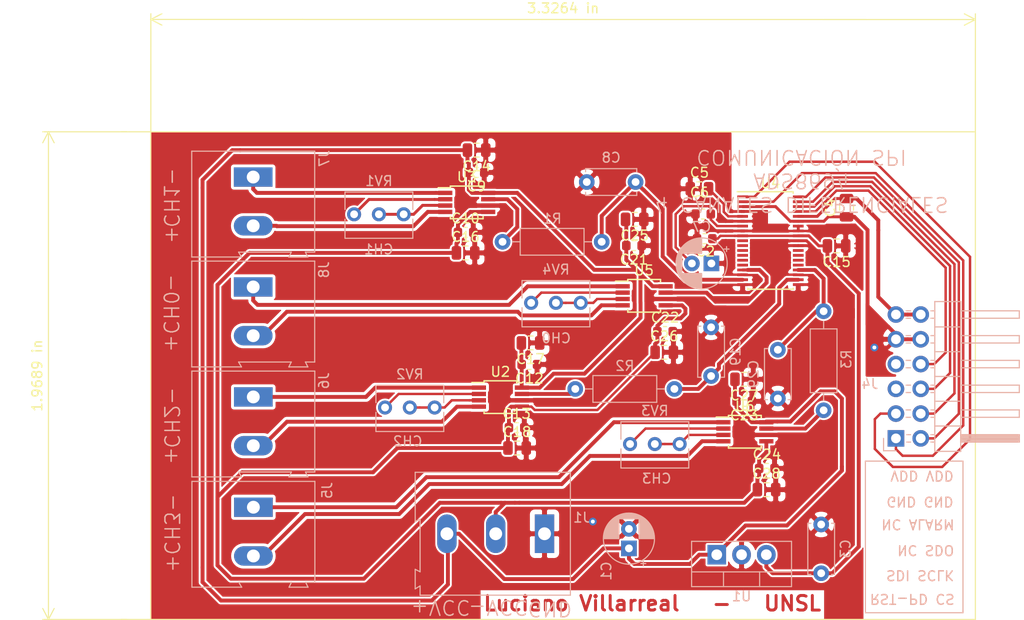
<source format=kicad_pcb>
(kicad_pcb (version 20171130) (host pcbnew "(5.1.0)-1")
  (layers (0 F.Cu signal) (31 B.Cu signal) (34 B.Paste user) (35 F.Paste user) (36 B.SilkS user) (37 F.SilkS user) (38 B.Mask user) (39 F.Mask user) (44 Edge.Cuts user))
  (net 0 "")
  (net 1 VCC)
  (net 2 REFSEL)
  (net 3 AVDD)
  (net 4 VDD)
  (net 5 GNDD)
  (net 6 REFIO)
  (net 7 REFCAP)
  (net 8 AIN_1P)
  (net 9 VSS)
  (net 10 AIN_2P)
  (net 11 AIN_3P)
  (net 12 SDO)
  (net 13 SCLK)
  (net 14 SDI)
  (net 15 CS)
  (net 16 RST-PD)
  (net 17 ALARM)
  (net 18 AIN_3-)
  (net 19 AIN_3+)
  (net 20 AIN_2+)
  (net 21 AIN_2-)
  (net 22 AIN_1-)
  (net 23 AIN_1+)
  (net 24 AIN_0+)
  (net 25 AIN_0-)
  (net 26 "Net-(R1-Pad2)")
  (net 27 "Net-(R2-Pad2)")
  (net 28 "Net-(R3-Pad2)")
  (net 29 "Net-(RV1-Pad2)")
  (net 30 "Net-(RV1-Pad1)")
  (net 31 "Net-(RV2-Pad1)")
  (net 32 "Net-(RV2-Pad2)")
  (net 33 "Net-(RV3-Pad2)")
  (net 34 "Net-(RV3-Pad1)")
  (net 35 "Net-(RV4-Pad1)")
  (net 36 "Net-(RV4-Pad2)")
  (net 37 AIN_0P)
  (module Connector_PinHeader_2.54mm:PinHeader_2x06_P2.54mm_Horizontal (layer B.Cu) (at 195.86 112.52)
    (fp_text reference J4 (at -2.676 -5.586) (layer B.SilkS) (effects (justify mirror)))
    (fp_text value Conn_02x06_Male_Pmod_Spartan6)
    (pad 1 thru_hole rect (at 0 0) (size 1.7 1.7) (drill 1) (layers *.Cu *.Mask) (net 16 RST-PD))
    (pad 2 thru_hole oval (at 2.54 0) (size 1.7 1.7) (drill 1) (layers *.Cu *.Mask) (net 15 CS))
    (pad 3 thru_hole oval (at 0 -2.54) (size 1.7 1.7) (drill 1) (layers *.Cu *.Mask) (net 14 SDI))
    (pad 4 thru_hole oval (at 2.54 -2.54) (size 1.7 1.7) (drill 1) (layers *.Cu *.Mask) (net 13 SCLK))
    (pad 5 thru_hole oval (at 0 -5.08) (size 1.7 1.7) (drill 1) (layers *.Cu *.Mask))
    (pad 6 thru_hole oval (at 2.54 -5.08) (size 1.7 1.7) (drill 1) (layers *.Cu *.Mask) (net 12 SDO))
    (pad 7 thru_hole oval (at 0 -7.62) (size 1.7 1.7) (drill 1) (layers *.Cu *.Mask))
    (pad 8 thru_hole oval (at 2.54 -7.62) (size 1.7 1.7) (drill 1) (layers *.Cu *.Mask) (net 17 ALARM))
    (pad 9 thru_hole oval (at 0 -10.16) (size 1.7 1.7) (drill 1) (layers *.Cu *.Mask) (net 5 GNDD))
    (pad 10 thru_hole oval (at 2.54 -10.16) (size 1.7 1.7) (drill 1) (layers *.Cu *.Mask) (net 5 GNDD))
    (pad 11 thru_hole oval (at 0 -12.7) (size 1.7 1.7) (drill 1) (layers *.Cu *.Mask) (net 4 VDD))
    (pad 12 thru_hole oval (at 2.54 -12.7) (size 1.7 1.7) (drill 1) (layers *.Cu *.Mask) (net 4 VDD))
  )
  (module TerminalBlock:TerminalBlock_Altech_AK300-3_P5.00mm (layer B.Cu) (at 159.85 122.3 180)
    (fp_text reference J1 (at -3.79 1.66 180) (layer B.SilkS) (effects (justify mirror)))
    (fp_text value Screw_Terminal_01x03_Alimentación_analógica)
    (pad 1 thru_hole rect (at 0 0 180) (size 1.98 3.96) (drill 1.32) (layers *.Cu *.Mask) (net 2 REFSEL))
    (pad 2 thru_hole oval (at 5 0 180) (size 1.98 3.96) (drill 1.32) (layers *.Cu *.Mask) (net 9 VSS))
    (pad 3 thru_hole oval (at 10 0 180) (size 1.98 3.96) (drill 1.32) (layers *.Cu *.Mask) (net 1 VCC))
  )
  (module Potentiometer_THT:Potentiometer_Bourns_3266Y_Vertical (layer B.Cu) (at 168.615 113.1 180)
    (fp_text reference RV3 (at -2.54 3.41 180) (layer B.SilkS) (effects (justify mirror)))
    (fp_text value R_POT_TRIM_US)
    (pad 3 thru_hole circle (at -5.08 0 180) (size 1.44 1.44) (drill 0.8) (layers *.Cu *.Mask) (net 33 "Net-(RV3-Pad2)"))
    (pad 2 thru_hole circle (at -2.54 0 180) (size 1.44 1.44) (drill 0.8) (layers *.Cu *.Mask) (net 33 "Net-(RV3-Pad2)"))
    (pad 1 thru_hole circle (at 0 0 180) (size 1.44 1.44) (drill 0.8) (layers *.Cu *.Mask) (net 34 "Net-(RV3-Pad1)"))
  )
  (module Resistor_THT:R_Axial_DIN0207_L6.3mm_D2.5mm_P10.16mm_Horizontal (layer B.Cu) (at 165.71 92.36 180)
    (fp_text reference R1 (at 5.08 2.37 180) (layer B.SilkS) (effects (justify mirror)))
    (fp_text value R)
    (pad 2 thru_hole oval (at 10.16 0 180) (size 1.6 1.6) (drill 0.8) (layers *.Cu *.Mask) (net 26 "Net-(R1-Pad2)"))
    (pad 1 thru_hole circle (at 0 0 180) (size 1.6 1.6) (drill 0.8) (layers *.Cu *.Mask) (net 8 AIN_1P))
  )
  (module Capacitor_THT:C_Disc_D5.0mm_W2.5mm_P5.00mm (layer B.Cu) (at 176.92 106.13 90)
    (fp_text reference C19 (at 2.5 2.5 90) (layer B.SilkS) (effects (justify mirror)))
    (fp_text value C)
    (pad 2 thru_hole circle (at 5 0 90) (size 1.6 1.6) (drill 0.8) (layers *.Cu *.Mask) (net 2 REFSEL))
    (pad 1 thru_hole circle (at 0 0 90) (size 1.6 1.6) (drill 0.8) (layers *.Cu *.Mask) (net 10 AIN_2P))
  )
  (module Capacitor_THT:C_Disc_D5.0mm_W2.5mm_P5.00mm (layer B.Cu) (at 183.76 103.43 270)
    (fp_text reference C29 (at 2.5 2.5 270) (layer B.SilkS) (effects (justify mirror)))
    (fp_text value C)
    (pad 2 thru_hole circle (at 5 0 270) (size 1.6 1.6) (drill 0.8) (layers *.Cu *.Mask) (net 2 REFSEL))
    (pad 1 thru_hole circle (at 0 0 270) (size 1.6 1.6) (drill 0.8) (layers *.Cu *.Mask) (net 11 AIN_3P))
  )
  (module Capacitor_THT:C_Disc_D5.0mm_W2.5mm_P5.00mm (layer B.Cu) (at 169.18 86.23 180)
    (fp_text reference C8 (at 2.5 2.5 180) (layer B.SilkS) (effects (justify mirror)))
    (fp_text value C)
    (pad 2 thru_hole circle (at 5 0 180) (size 1.6 1.6) (drill 0.8) (layers *.Cu *.Mask) (net 2 REFSEL))
    (pad 1 thru_hole circle (at 0 0 180) (size 1.6 1.6) (drill 0.8) (layers *.Cu *.Mask) (net 8 AIN_1P))
  )
  (module Capacitor_THT:CP_Radial_D5.0mm_P2.00mm (layer B.Cu) (at 176.95 94.58 180)
    (fp_text reference C7 (at 1 3.75 180) (layer B.SilkS) (effects (justify mirror)))
    (fp_text value 22uF)
    (pad 2 thru_hole circle (at 2 0 180) (size 1.6 1.6) (drill 0.8) (layers *.Cu *.Mask) (net 7 REFCAP))
    (pad 1 thru_hole rect (at 0 0 180) (size 1.6 1.6) (drill 0.8) (layers *.Cu *.Mask) (net 2 REFSEL))
  )
  (module TerminalBlock:TerminalBlock_Altech_AK300-2_P5.00mm (layer B.Cu) (at 130.02 119.58 270)
    (fp_text reference J5 (at -1.72 -7.56 270) (layer B.SilkS) (effects (justify mirror)))
    (fp_text value Screw_Terminal_01x02_CH3)
    (pad 2 thru_hole oval (at 5 0 270) (size 1.98 3.96) (drill 1.32) (layers *.Cu *.Mask) (net 19 AIN_3+))
    (pad 1 thru_hole rect (at 0 0 270) (size 1.98 3.96) (drill 1.32) (layers *.Cu *.Mask) (net 18 AIN_3-))
  )
  (module TerminalBlock:TerminalBlock_Altech_AK300-2_P5.00mm (layer B.Cu) (at 130 96.99 270)
    (fp_text reference J8 (at -1.76 -7.25 270) (layer B.SilkS) (effects (justify mirror)))
    (fp_text value Screw_Terminal_01x02_CH0)
    (pad 1 thru_hole rect (at 0 0 270) (size 1.98 3.96) (drill 1.32) (layers *.Cu *.Mask) (net 25 AIN_0-))
    (pad 2 thru_hole oval (at 5 0 270) (size 1.98 3.96) (drill 1.32) (layers *.Cu *.Mask) (net 24 AIN_0+))
  )
  (module Package_SO:MSOP-8_3x3mm_P0.65mm (layer F.Cu) (at 180.38 111.84)
    (fp_text reference U6 (at 0 -2.6) (layer F.SilkS))
    (fp_text value AD8221)
    (pad 8 smd rect (at 2.2 -0.975) (size 1.45 0.45) (layers F.Cu F.Paste F.Mask) (net 1 VCC))
    (pad 7 smd rect (at 2.2 -0.325) (size 1.45 0.45) (layers F.Cu F.Paste F.Mask) (net 28 "Net-(R3-Pad2)"))
    (pad 6 smd rect (at 2.2 0.325) (size 1.45 0.45) (layers F.Cu F.Paste F.Mask) (net 2 REFSEL))
    (pad 5 smd rect (at 2.2 0.975) (size 1.45 0.45) (layers F.Cu F.Paste F.Mask) (net 9 VSS))
    (pad 4 smd rect (at -2.2 0.975) (size 1.45 0.45) (layers F.Cu F.Paste F.Mask) (net 19 AIN_3+))
    (pad 3 smd rect (at -2.2 0.325) (size 1.45 0.45) (layers F.Cu F.Paste F.Mask) (net 33 "Net-(RV3-Pad2)"))
    (pad 2 smd rect (at -2.2 -0.325) (size 1.45 0.45) (layers F.Cu F.Paste F.Mask) (net 34 "Net-(RV3-Pad1)"))
    (pad 1 smd rect (at -2.2 -0.975) (size 1.45 0.45) (layers F.Cu F.Paste F.Mask) (net 18 AIN_3-))
  )
  (module Potentiometer_THT:Potentiometer_Bourns_3266Y_Vertical (layer B.Cu) (at 140.34 89.54 180)
    (fp_text reference RV1 (at -2.54 3.41 180) (layer B.SilkS) (effects (justify mirror)))
    (fp_text value R_POT_TRIM_US)
    (pad 3 thru_hole circle (at -5.08 0 180) (size 1.44 1.44) (drill 0.8) (layers *.Cu *.Mask) (net 29 "Net-(RV1-Pad2)"))
    (pad 2 thru_hole circle (at -2.54 0 180) (size 1.44 1.44) (drill 0.8) (layers *.Cu *.Mask) (net 29 "Net-(RV1-Pad2)"))
    (pad 1 thru_hole circle (at 0 0 180) (size 1.44 1.44) (drill 0.8) (layers *.Cu *.Mask) (net 30 "Net-(RV1-Pad1)"))
  )
  (module Capacitor_SMD:C_0603_1608Metric (layer F.Cu) (at 156.9925 111.42)
    (fp_text reference C13 (at 0 -1.43) (layer F.SilkS))
    (fp_text value 100nf_CH2)
    (pad 1 smd roundrect (at -0.7875 0) (size 0.875 0.95) (layers F.Cu F.Paste F.Mask) (net 9 VSS))
    (pad 2 smd roundrect (at 0.7875 0) (size 0.875 0.95) (layers F.Cu F.Paste F.Mask) (net 2 REFSEL))
  )
  (module Capacitor_SMD:C_0805_2012Metric (layer F.Cu) (at 157.0425 113.51)
    (fp_text reference C18 (at 0 -1.65) (layer F.SilkS))
    (fp_text value 10uf_CH2)
    (pad 2 smd roundrect (at 0.9375 0) (size 0.975 1.4) (layers F.Cu F.Paste F.Mask) (net 2 REFSEL))
    (pad 1 smd roundrect (at -0.9375 0) (size 0.975 1.4) (layers F.Cu F.Paste F.Mask) (net 9 VSS))
  )
  (module Capacitor_THT:C_Disc_D5.0mm_W2.5mm_P5.00mm (layer B.Cu) (at 188.2 126.35 90)
    (fp_text reference C3 (at 2.5 2.5 90) (layer B.SilkS) (effects (justify mirror)))
    (fp_text value 0.1uF)
    (pad 1 thru_hole circle (at 0 0 90) (size 1.6 1.6) (drill 0.8) (layers *.Cu *.Mask) (net 3 AVDD))
    (pad 2 thru_hole circle (at 5 0 90) (size 1.6 1.6) (drill 0.8) (layers *.Cu *.Mask) (net 2 REFSEL))
  )
  (module Package_TO_SOT_THT:TO-220-3_Vertical (layer B.Cu) (at 177.5 124.45)
    (fp_text reference U1 (at 2.54 4.27) (layer B.SilkS) (effects (justify mirror)))
    (fp_text value LM7805_TO220)
    (pad 1 thru_hole rect (at 0 0) (size 1.905 2) (drill 1.1) (layers *.Cu *.Mask) (net 1 VCC))
    (pad 2 thru_hole oval (at 2.54 0) (size 1.905 2) (drill 1.1) (layers *.Cu *.Mask) (net 2 REFSEL))
    (pad 3 thru_hole oval (at 5.08 0) (size 1.905 2) (drill 1.1) (layers *.Cu *.Mask) (net 3 AVDD))
  )
  (module Capacitor_THT:CP_Radial_D5.0mm_P2.00mm (layer B.Cu) (at 168.5 123.8 90)
    (fp_text reference C1 (at -2.332 -2.31 90) (layer B.SilkS) (effects (justify mirror)))
    (fp_text value 0.33uF)
    (pad 2 thru_hole circle (at 2 0 90) (size 1.6 1.6) (drill 0.8) (layers *.Cu *.Mask) (net 2 REFSEL))
    (pad 1 thru_hole rect (at 0 0 90) (size 1.6 1.6) (drill 0.8) (layers *.Cu *.Mask) (net 1 VCC))
  )
  (module Resistor_THT:R_Axial_DIN0207_L6.3mm_D2.5mm_P10.16mm_Horizontal (layer B.Cu) (at 188.45 99.48 270)
    (fp_text reference R3 (at 4.92 -2.33 270) (layer B.SilkS) (effects (justify mirror)))
    (fp_text value R)
    (pad 1 thru_hole circle (at 0 0 270) (size 1.6 1.6) (drill 0.8) (layers *.Cu *.Mask) (net 11 AIN_3P))
    (pad 2 thru_hole oval (at 10.16 0 270) (size 1.6 1.6) (drill 0.8) (layers *.Cu *.Mask) (net 28 "Net-(R3-Pad2)"))
  )
  (module Package_SO:TSSOP-38_4.4x9.7mm_P0.5mm (layer F.Cu) (at 183 92.25)
    (fp_text reference U4 (at 0 -5.9) (layer F.SilkS))
    (fp_text value ADS8694)
    (pad 1 smd rect (at -2.85 -4.5) (size 1.1 0.285) (layers F.Cu F.Paste F.Mask) (net 14 SDI))
    (pad 2 smd rect (at -2.85 -4) (size 1.1 0.285) (layers F.Cu F.Paste F.Mask) (net 16 RST-PD))
    (pad 3 smd rect (at -2.85 -3.5) (size 1.1 0.285) (layers F.Cu F.Paste F.Mask) (net 5 GNDD))
    (pad 4 smd rect (at -2.85 -3) (size 1.1 0.285) (layers F.Cu F.Paste F.Mask) (net 2 REFSEL))
    (pad 5 smd rect (at -2.85 -2.5) (size 1.1 0.285) (layers F.Cu F.Paste F.Mask) (net 6 REFIO))
    (pad 6 smd rect (at -2.85 -2) (size 1.1 0.285) (layers F.Cu F.Paste F.Mask) (net 2 REFSEL))
    (pad 7 smd rect (at -2.85 -1.5) (size 1.1 0.285) (layers F.Cu F.Paste F.Mask) (net 7 REFCAP))
    (pad 8 smd rect (at -2.85 -1) (size 1.1 0.285) (layers F.Cu F.Paste F.Mask) (net 2 REFSEL))
    (pad 9 smd rect (at -2.85 -0.5) (size 1.1 0.285) (layers F.Cu F.Paste F.Mask) (net 3 AVDD))
    (pad 10 smd rect (at -2.85 0) (size 1.1 0.285) (layers F.Cu F.Paste F.Mask))
    (pad 11 smd rect (at -2.85 0.5) (size 1.1 0.285) (layers F.Cu F.Paste F.Mask))
    (pad 12 smd rect (at -2.85 1) (size 1.1 0.285) (layers F.Cu F.Paste F.Mask))
    (pad 13 smd rect (at -2.85 1.5) (size 1.1 0.285) (layers F.Cu F.Paste F.Mask))
    (pad 14 smd rect (at -2.85 2) (size 1.1 0.285) (layers F.Cu F.Paste F.Mask))
    (pad 15 smd rect (at -2.85 2.5) (size 1.1 0.285) (layers F.Cu F.Paste F.Mask))
    (pad 16 smd rect (at -2.85 3) (size 1.1 0.285) (layers F.Cu F.Paste F.Mask) (net 37 AIN_0P))
    (pad 17 smd rect (at -2.85 3.5) (size 1.1 0.285) (layers F.Cu F.Paste F.Mask) (net 2 REFSEL))
    (pad 18 smd rect (at -2.85 4) (size 1.1 0.285) (layers F.Cu F.Paste F.Mask) (net 8 AIN_1P))
    (pad 19 smd rect (at -2.85 4.5) (size 1.1 0.285) (layers F.Cu F.Paste F.Mask) (net 2 REFSEL))
    (pad 20 smd rect (at 2.85 4.5) (size 1.1 0.285) (layers F.Cu F.Paste F.Mask) (net 2 REFSEL))
    (pad 21 smd rect (at 2.85 4) (size 1.1 0.285) (layers F.Cu F.Paste F.Mask) (net 10 AIN_2P))
    (pad 22 smd rect (at 2.85 3.5) (size 1.1 0.285) (layers F.Cu F.Paste F.Mask) (net 2 REFSEL))
    (pad 23 smd rect (at 2.85 3) (size 1.1 0.285) (layers F.Cu F.Paste F.Mask) (net 11 AIN_3P))
    (pad 24 smd rect (at 2.85 2.5) (size 1.1 0.285) (layers F.Cu F.Paste F.Mask))
    (pad 25 smd rect (at 2.85 2) (size 1.1 0.285) (layers F.Cu F.Paste F.Mask))
    (pad 26 smd rect (at 2.85 1.5) (size 1.1 0.285) (layers F.Cu F.Paste F.Mask))
    (pad 27 smd rect (at 2.85 1) (size 1.1 0.285) (layers F.Cu F.Paste F.Mask))
    (pad 28 smd rect (at 2.85 0.5) (size 1.1 0.285) (layers F.Cu F.Paste F.Mask) (net 2 REFSEL))
    (pad 29 smd rect (at 2.85 0) (size 1.1 0.285) (layers F.Cu F.Paste F.Mask) (net 2 REFSEL))
    (pad 30 smd rect (at 2.85 -0.5) (size 1.1 0.285) (layers F.Cu F.Paste F.Mask) (net 3 AVDD))
    (pad 31 smd rect (at 2.85 -1) (size 1.1 0.285) (layers F.Cu F.Paste F.Mask) (net 2 REFSEL))
    (pad 32 smd rect (at 2.85 -1.5) (size 1.1 0.285) (layers F.Cu F.Paste F.Mask) (net 2 REFSEL))
    (pad 33 smd rect (at 2.85 -2) (size 1.1 0.285) (layers F.Cu F.Paste F.Mask) (net 5 GNDD))
    (pad 34 smd rect (at 2.85 -2.5) (size 1.1 0.285) (layers F.Cu F.Paste F.Mask) (net 4 VDD))
    (pad 35 smd rect (at 2.85 -3) (size 1.1 0.285) (layers F.Cu F.Paste F.Mask) (net 17 ALARM))
    (pad 36 smd rect (at 2.85 -3.5) (size 1.1 0.285) (layers F.Cu F.Paste F.Mask) (net 12 SDO))
    (pad 37 smd rect (at 2.85 -4) (size 1.1 0.285) (layers F.Cu F.Paste F.Mask) (net 13 SCLK))
    (pad 38 smd rect (at 2.85 -4.5) (size 1.1 0.285) (layers F.Cu F.Paste F.Mask) (net 15 CS))
  )
  (module Capacitor_SMD:C_0603_1608Metric (layer F.Cu) (at 176.2625 92.04 180)
    (fp_text reference C2 (at -0.0775 -1.32 180) (layer F.SilkS))
    (fp_text value 1uf)
    (pad 1 smd roundrect (at -0.7875 0 180) (size 0.875 0.95) (layers F.Cu F.Paste F.Mask) (net 3 AVDD))
    (pad 2 smd roundrect (at 0.7875 0 180) (size 0.875 0.95) (layers F.Cu F.Paste F.Mask) (net 2 REFSEL))
  )
  (module Capacitor_SMD:C_0805_2012Metric (layer F.Cu) (at 190.8 88.8625 90)
    (fp_text reference C4 (at 0 -1.65 90) (layer F.SilkS))
    (fp_text value 10uf)
    (pad 2 smd roundrect (at 0.9375 0 90) (size 0.975 1.4) (layers F.Cu F.Paste F.Mask) (net 4 VDD))
    (pad 1 smd roundrect (at -0.9375 0 90) (size 0.975 1.4) (layers F.Cu F.Paste F.Mask) (net 5 GNDD))
  )
  (module Capacitor_SMD:C_0805_2012Metric (layer F.Cu) (at 175.7225 86.92)
    (fp_text reference C5 (at 0 -1.65) (layer F.SilkS))
    (fp_text value 10uf)
    (pad 1 smd roundrect (at -0.9375 0) (size 0.975 1.4) (layers F.Cu F.Paste F.Mask) (net 2 REFSEL))
    (pad 2 smd roundrect (at 0.9375 0) (size 0.975 1.4) (layers F.Cu F.Paste F.Mask) (net 6 REFIO))
  )
  (module Capacitor_SMD:C_0603_1608Metric (layer F.Cu) (at 176.1025 89.51)
    (fp_text reference C6 (at -0.37 -2.21 180) (layer F.SilkS))
    (fp_text value 1uf)
    (pad 1 smd roundrect (at -0.7875 0) (size 0.875 0.95) (layers F.Cu F.Paste F.Mask) (net 2 REFSEL))
    (pad 2 smd roundrect (at 0.7875 0) (size 0.875 0.95) (layers F.Cu F.Paste F.Mask) (net 7 REFCAP))
  )
  (module Capacitor_SMD:C_0603_1608Metric (layer F.Cu) (at 152.8825 85.25 180)
    (fp_text reference C9 (at 0 -1.43 180) (layer F.SilkS))
    (fp_text value 100nf__CH1)
    (pad 2 smd roundrect (at 0.7875 0 180) (size 0.875 0.95) (layers F.Cu F.Paste F.Mask) (net 1 VCC))
    (pad 1 smd roundrect (at -0.7875 0 180) (size 0.875 0.95) (layers F.Cu F.Paste F.Mask) (net 2 REFSEL))
  )
  (module Capacitor_SMD:C_0603_1608Metric (layer F.Cu) (at 151.7625 91.39)
    (fp_text reference C10 (at 0 -1.43) (layer F.SilkS))
    (fp_text value 100nf__CH1)
    (pad 2 smd roundrect (at 0.7875 0) (size 0.875 0.95) (layers F.Cu F.Paste F.Mask) (net 2 REFSEL))
    (pad 1 smd roundrect (at -0.7875 0) (size 0.875 0.95) (layers F.Cu F.Paste F.Mask) (net 9 VSS))
  )
  (module Capacitor_SMD:C_0603_1608Metric (layer F.Cu) (at 158.2975 104.94 180)
    (fp_text reference C12 (at 0 -1.43 180) (layer F.SilkS))
    (fp_text value 100nf_CH2)
    (pad 1 smd roundrect (at -0.7875 0 180) (size 0.875 0.95) (layers F.Cu F.Paste F.Mask) (net 2 REFSEL))
    (pad 2 smd roundrect (at 0.7875 0 180) (size 0.875 0.95) (layers F.Cu F.Paste F.Mask) (net 1 VCC))
  )
  (module Capacitor_SMD:C_0805_2012Metric (layer F.Cu) (at 152.8925 82.96 180)
    (fp_text reference C14 (at 0 -1.65 180) (layer F.SilkS))
    (fp_text value 10uf__CH1)
    (pad 1 smd roundrect (at -0.9375 0 180) (size 0.975 1.4) (layers F.Cu F.Paste F.Mask) (net 2 REFSEL))
    (pad 2 smd roundrect (at 0.9375 0 180) (size 0.975 1.4) (layers F.Cu F.Paste F.Mask) (net 1 VCC))
  )
  (module Capacitor_SMD:C_0805_2012Metric (layer F.Cu) (at 189.7775 92.78 180)
    (fp_text reference C15 (at 0 -1.65 180) (layer F.SilkS))
    (fp_text value 1uf)
    (pad 2 smd roundrect (at 0.9375 0 180) (size 0.975 1.4) (layers F.Cu F.Paste F.Mask) (net 3 AVDD))
    (pad 1 smd roundrect (at -0.9375 0 180) (size 0.975 1.4) (layers F.Cu F.Paste F.Mask) (net 2 REFSEL))
  )
  (module Capacitor_SMD:C_0805_2012Metric (layer F.Cu) (at 151.7625 93.5)
    (fp_text reference C16 (at 0 -1.65) (layer F.SilkS))
    (fp_text value 10uf__CH1)
    (pad 1 smd roundrect (at -0.9375 0) (size 0.975 1.4) (layers F.Cu F.Paste F.Mask) (net 9 VSS))
    (pad 2 smd roundrect (at 0.9375 0) (size 0.975 1.4) (layers F.Cu F.Paste F.Mask) (net 2 REFSEL))
  )
  (module Capacitor_SMD:C_0805_2012Metric (layer F.Cu) (at 158.4175 102.73 180)
    (fp_text reference C17 (at 0 -1.65 180) (layer F.SilkS))
    (fp_text value 10uf_CH2)
    (pad 1 smd roundrect (at -0.9375 0 180) (size 0.975 1.4) (layers F.Cu F.Paste F.Mask) (net 2 REFSEL))
    (pad 2 smd roundrect (at 0.9375 0 180) (size 0.975 1.4) (layers F.Cu F.Paste F.Mask) (net 1 VCC))
  )
  (module Capacitor_SMD:C_0603_1608Metric (layer F.Cu) (at 169.0175 92.75 180)
    (fp_text reference C21 (at 0 -1.43 180) (layer F.SilkS))
    (fp_text value 100nf_CH0)
    (pad 2 smd roundrect (at 0.7875 0 180) (size 0.875 0.95) (layers F.Cu F.Paste F.Mask) (net 1 VCC))
    (pad 1 smd roundrect (at -0.7875 0 180) (size 0.875 0.95) (layers F.Cu F.Paste F.Mask) (net 2 REFSEL))
  )
  (module Capacitor_SMD:C_0603_1608Metric (layer F.Cu) (at 172.2025 101.56)
    (fp_text reference C22 (at 0 -1.43) (layer F.SilkS))
    (fp_text value 100nf_CH0)
    (pad 2 smd roundrect (at 0.7875 0) (size 0.875 0.95) (layers F.Cu F.Paste F.Mask) (net 2 REFSEL))
    (pad 1 smd roundrect (at -0.7875 0) (size 0.875 0.95) (layers F.Cu F.Paste F.Mask) (net 9 VSS))
  )
  (module Capacitor_SMD:C_0603_1608Metric (layer F.Cu) (at 180.3125 108.72 180)
    (fp_text reference C23 (at 0 -1.43 180) (layer F.SilkS))
    (fp_text value 100nf_CH3)
    (pad 2 smd roundrect (at 0.7875 0 180) (size 0.875 0.95) (layers F.Cu F.Paste F.Mask) (net 1 VCC))
    (pad 1 smd roundrect (at -0.7875 0 180) (size 0.875 0.95) (layers F.Cu F.Paste F.Mask) (net 2 REFSEL))
  )
  (module Capacitor_SMD:C_0603_1608Metric (layer F.Cu) (at 182.6325 115.6)
    (fp_text reference C24 (at 0 -1.43) (layer F.SilkS))
    (fp_text value 100nf_CH3)
    (pad 1 smd roundrect (at -0.7875 0) (size 0.875 0.95) (layers F.Cu F.Paste F.Mask) (net 9 VSS))
    (pad 2 smd roundrect (at 0.7875 0) (size 0.875 0.95) (layers F.Cu F.Paste F.Mask) (net 2 REFSEL))
  )
  (module Capacitor_SMD:C_0805_2012Metric (layer F.Cu) (at 169.0875 90.06 180)
    (fp_text reference C25 (at 0 -1.65 180) (layer F.SilkS))
    (fp_text value 10uf_CH0)
    (pad 1 smd roundrect (at -0.9375 0 180) (size 0.975 1.4) (layers F.Cu F.Paste F.Mask) (net 2 REFSEL))
    (pad 2 smd roundrect (at 0.9375 0 180) (size 0.975 1.4) (layers F.Cu F.Paste F.Mask) (net 1 VCC))
  )
  (module Capacitor_SMD:C_0805_2012Metric (layer F.Cu) (at 172.1225 103.69)
    (fp_text reference C26 (at 0 -1.65) (layer F.SilkS))
    (fp_text value 10uf_CH0)
    (pad 1 smd roundrect (at -0.9375 0) (size 0.975 1.4) (layers F.Cu F.Paste F.Mask) (net 9 VSS))
    (pad 2 smd roundrect (at 0.9375 0) (size 0.975 1.4) (layers F.Cu F.Paste F.Mask) (net 2 REFSEL))
  )
  (module Capacitor_SMD:C_0805_2012Metric (layer F.Cu) (at 180.3025 106.46 180)
    (fp_text reference C27 (at 0 -1.65 180) (layer F.SilkS))
    (fp_text value 10uf_CH3)
    (pad 1 smd roundrect (at -0.9375 0 180) (size 0.975 1.4) (layers F.Cu F.Paste F.Mask) (net 2 REFSEL))
    (pad 2 smd roundrect (at 0.9375 0 180) (size 0.975 1.4) (layers F.Cu F.Paste F.Mask) (net 1 VCC))
  )
  (module Capacitor_SMD:C_0805_2012Metric (layer F.Cu) (at 182.6025 117.78)
    (fp_text reference C28 (at 0 -1.65) (layer F.SilkS))
    (fp_text value 10uf_CH3)
    (pad 2 smd roundrect (at 0.9375 0) (size 0.975 1.4) (layers F.Cu F.Paste F.Mask) (net 2 REFSEL))
    (pad 1 smd roundrect (at -0.9375 0) (size 0.975 1.4) (layers F.Cu F.Paste F.Mask) (net 9 VSS))
  )
  (module TerminalBlock:TerminalBlock_Altech_AK300-2_P5.00mm (layer B.Cu) (at 130.01 108.27 270)
    (fp_text reference J6 (at -1.66 -7.24 270) (layer B.SilkS) (effects (justify mirror)))
    (fp_text value Screw_Terminal_01x02_CH2)
    (pad 1 thru_hole rect (at 0 0 270) (size 1.98 3.96) (drill 1.32) (layers *.Cu *.Mask) (net 21 AIN_2-))
    (pad 2 thru_hole oval (at 5 0 270) (size 1.98 3.96) (drill 1.32) (layers *.Cu *.Mask) (net 20 AIN_2+))
  )
  (module TerminalBlock:TerminalBlock_Altech_AK300-2_P5.00mm (layer B.Cu) (at 130 85.72 270)
    (fp_text reference J7 (at -1.9 -7.29 270) (layer B.SilkS) (effects (justify mirror)))
    (fp_text value Screw_Terminal_01x02_CH1)
    (pad 2 thru_hole oval (at 5 0 270) (size 1.98 3.96) (drill 1.32) (layers *.Cu *.Mask) (net 23 AIN_1+))
    (pad 1 thru_hole rect (at 0 0 270) (size 1.98 3.96) (drill 1.32) (layers *.Cu *.Mask) (net 22 AIN_1-))
  )
  (module Resistor_THT:R_Axial_DIN0207_L6.3mm_D2.5mm_P10.16mm_Horizontal (layer B.Cu) (at 173.16 107.45 180)
    (fp_text reference R2 (at 5.08 2.37 180) (layer B.SilkS) (effects (justify mirror)))
    (fp_text value R)
    (pad 2 thru_hole oval (at 10.16 0 180) (size 1.6 1.6) (drill 0.8) (layers *.Cu *.Mask) (net 27 "Net-(R2-Pad2)"))
    (pad 1 thru_hole circle (at 0 0 180) (size 1.6 1.6) (drill 0.8) (layers *.Cu *.Mask) (net 10 AIN_2P))
  )
  (module Potentiometer_THT:Potentiometer_Bourns_3266Y_Vertical (layer B.Cu) (at 143.51 109.355 180)
    (fp_text reference RV2 (at -2.54 3.41 180) (layer B.SilkS) (effects (justify mirror)))
    (fp_text value R_POT_TRIM_US)
    (pad 1 thru_hole circle (at 0 0 180) (size 1.44 1.44) (drill 0.8) (layers *.Cu *.Mask) (net 31 "Net-(RV2-Pad1)"))
    (pad 2 thru_hole circle (at -2.54 0 180) (size 1.44 1.44) (drill 0.8) (layers *.Cu *.Mask) (net 32 "Net-(RV2-Pad2)"))
    (pad 3 thru_hole circle (at -5.08 0 180) (size 1.44 1.44) (drill 0.8) (layers *.Cu *.Mask) (net 32 "Net-(RV2-Pad2)"))
  )
  (module Potentiometer_THT:Potentiometer_Bourns_3266Y_Vertical (layer B.Cu) (at 158.48 98.62 180)
    (fp_text reference RV4 (at -2.54 3.41 180) (layer B.SilkS) (effects (justify mirror)))
    (fp_text value R_POT_TRIM_US_100k)
    (pad 1 thru_hole circle (at 0 0 180) (size 1.44 1.44) (drill 0.8) (layers *.Cu *.Mask) (net 35 "Net-(RV4-Pad1)"))
    (pad 2 thru_hole circle (at -2.54 0 180) (size 1.44 1.44) (drill 0.8) (layers *.Cu *.Mask) (net 36 "Net-(RV4-Pad2)"))
    (pad 3 thru_hole circle (at -5.08 0 180) (size 1.44 1.44) (drill 0.8) (layers *.Cu *.Mask) (net 36 "Net-(RV4-Pad2)"))
  )
  (module Package_SO:MSOP-8_3x3mm_P0.65mm (layer F.Cu) (at 155.33 108.29)
    (fp_text reference U2 (at 0 -2.6) (layer F.SilkS))
    (fp_text value AD8221)
    (pad 1 smd rect (at -2.2 -0.975) (size 1.45 0.45) (layers F.Cu F.Paste F.Mask) (net 21 AIN_2-))
    (pad 2 smd rect (at -2.2 -0.325) (size 1.45 0.45) (layers F.Cu F.Paste F.Mask) (net 31 "Net-(RV2-Pad1)"))
    (pad 3 smd rect (at -2.2 0.325) (size 1.45 0.45) (layers F.Cu F.Paste F.Mask) (net 32 "Net-(RV2-Pad2)"))
    (pad 4 smd rect (at -2.2 0.975) (size 1.45 0.45) (layers F.Cu F.Paste F.Mask) (net 20 AIN_2+))
    (pad 5 smd rect (at 2.2 0.975) (size 1.45 0.45) (layers F.Cu F.Paste F.Mask) (net 9 VSS))
    (pad 6 smd rect (at 2.2 0.325) (size 1.45 0.45) (layers F.Cu F.Paste F.Mask) (net 2 REFSEL))
    (pad 7 smd rect (at 2.2 -0.325) (size 1.45 0.45) (layers F.Cu F.Paste F.Mask) (net 27 "Net-(R2-Pad2)"))
    (pad 8 smd rect (at 2.2 -0.975) (size 1.45 0.45) (layers F.Cu F.Paste F.Mask) (net 1 VCC))
  )
  (module Package_SO:MSOP-8_3x3mm_P0.65mm (layer F.Cu) (at 151.88 88.32)
    (fp_text reference U3 (at 0 -2.6 180) (layer F.SilkS))
    (fp_text value AD8221)
    (pad 1 smd rect (at -2.2 -0.975) (size 1.45 0.45) (layers F.Cu F.Paste F.Mask) (net 22 AIN_1-))
    (pad 2 smd rect (at -2.2 -0.325) (size 1.45 0.45) (layers F.Cu F.Paste F.Mask) (net 30 "Net-(RV1-Pad1)"))
    (pad 3 smd rect (at -2.2 0.325) (size 1.45 0.45) (layers F.Cu F.Paste F.Mask) (net 29 "Net-(RV1-Pad2)"))
    (pad 4 smd rect (at -2.2 0.975) (size 1.45 0.45) (layers F.Cu F.Paste F.Mask) (net 23 AIN_1+))
    (pad 5 smd rect (at 2.2 0.975) (size 1.45 0.45) (layers F.Cu F.Paste F.Mask) (net 9 VSS))
    (pad 6 smd rect (at 2.2 0.325) (size 1.45 0.45) (layers F.Cu F.Paste F.Mask) (net 2 REFSEL))
    (pad 7 smd rect (at 2.2 -0.325) (size 1.45 0.45) (layers F.Cu F.Paste F.Mask) (net 26 "Net-(R1-Pad2)"))
    (pad 8 smd rect (at 2.2 -0.975) (size 1.45 0.45) (layers F.Cu F.Paste F.Mask) (net 1 VCC))
  )
  (module Package_SO:MSOP-8_3x3mm_P0.65mm (layer F.Cu) (at 170.06 97.9)
    (fp_text reference U5 (at -0.01 -2.61) (layer F.SilkS))
    (fp_text value AD8221)
    (pad 8 smd rect (at 2.2 -0.975) (size 1.45 0.45) (layers F.Cu F.Paste F.Mask) (net 1 VCC))
    (pad 7 smd rect (at 2.2 -0.325) (size 1.45 0.45) (layers F.Cu F.Paste F.Mask) (net 37 AIN_0P))
    (pad 6 smd rect (at 2.2 0.325) (size 1.45 0.45) (layers F.Cu F.Paste F.Mask) (net 2 REFSEL))
    (pad 5 smd rect (at 2.2 0.975) (size 1.45 0.45) (layers F.Cu F.Paste F.Mask) (net 9 VSS))
    (pad 4 smd rect (at -2.2 0.975) (size 1.45 0.45) (layers F.Cu F.Paste F.Mask) (net 24 AIN_0+))
    (pad 3 smd rect (at -2.2 0.325) (size 1.45 0.45) (layers F.Cu F.Paste F.Mask) (net 36 "Net-(RV4-Pad2)"))
    (pad 2 smd rect (at -2.2 -0.325) (size 1.45 0.45) (layers F.Cu F.Paste F.Mask) (net 35 "Net-(RV4-Pad1)"))
    (pad 1 smd rect (at -2.2 -0.975) (size 1.45 0.45) (layers F.Cu F.Paste F.Mask) (net 25 AIN_0-))
  )
  (gr_line (start 119.5 131) (end 119.5 81.08) (layer F.SilkS) (width 0.12))
  (dimension 84.490001 (width 0.12) (layer F.SilkS) (gr_text "84,490 mm" (at 161.756514 68.291811 -0.00678136812) (layer F.SilkS) (effects (font (size 1 1) (thickness 0.15)))) (feature1 (pts (xy 119.51 81.08) (xy 119.511433 68.97039))) (feature2 (pts (xy 204 81.09) (xy 204.001433 68.98039))) (crossbar (pts (xy 204.001364 69.566811) (xy 119.511364 69.556811))) (arrow1a (pts (xy 119.511364 69.556811) (xy 120.637937 68.970524))) (arrow1b (pts (xy 119.511364 69.556811) (xy 120.637798 70.143365))) (arrow2a (pts (xy 204.001364 69.566811) (xy 202.87493 68.980257))) (arrow2b (pts (xy 204.001364 69.566811) (xy 202.874791 70.153098))))
  (gr_text - (at 121.46 96.57 90) (layer B.SilkS) (effects (font (size 1.5 1.5)) (justify mirror)))
  (gr_text - (at 121.59 108.16 90) (layer B.SilkS) (effects (font (size 1.5 1.5)) (justify mirror)))
  (gr_text + (at 121.59 114.18) (layer B.SilkS) (effects (font (size 1.5 1.5)) (justify mirror)))
  (gr_text + (at 121.59 102.66) (layer B.SilkS) (effects (font (size 1.5 1.5)) (justify mirror)))
  (gr_text - (at 121.59 85.68 90) (layer B.SilkS) (effects (font (size 1.5 1.5)) (justify mirror)))
  (gr_text + (at 121.66 91.52) (layer B.SilkS) (effects (font (size 1.5 1.5)) (justify mirror)))
  (gr_text - (at 121.68 119.1 90) (layer B.SilkS) (effects (font (size 1.5 1.5)) (justify mirror)))
  (gr_text + (at 121.77 125.24) (layer B.SilkS) (effects (font (size 1.5 1.5)) (justify mirror)))
  (gr_line (start 204 131.09) (end 116.48 131.09) (layer F.SilkS) (width 0.12))
  (gr_line (start 204 81.08) (end 116.47 81.08) (layer F.SilkS) (width 0.12))
  (gr_line (start 204 131.09) (end 204 81.08) (layer F.SilkS) (width 0.12))
  (gr_line (start 202.73 130.4) (end 202.73 130.15) (layer B.SilkS) (width 0.12))
  (gr_line (start 192.73 130.4) (end 202.73 130.4) (layer B.SilkS) (width 0.12))
  (gr_line (start 192.73 114.85) (end 192.73 130.4) (layer B.SilkS) (width 0.12))
  (gr_line (start 202.73 114.85) (end 192.73 114.85) (layer B.SilkS) (width 0.12))
  (gr_line (start 202.73 130.33) (end 202.73 114.85) (layer B.SilkS) (width 0.12))
  (gr_text "RST-PD CS" (at 197.53 128.99 180) (layer B.SilkS) (effects (font (size 1 1)) (justify mirror)))
  (gr_text "SDI SCLK" (at 198.34 126.56 180) (layer B.SilkS) (effects (font (size 1 1)) (justify mirror)))
  (gr_text "NC SDO" (at 198.91 123.99 180) (layer B.SilkS) (effects (font (size 1 1)) (justify mirror)))
  (gr_text "NC ALARM" (at 198.11 121.34 180) (layer B.SilkS) (effects (font (size 1 1)) (justify mirror)))
  (gr_text "GND GND" (at 198.32 119.01 180) (layer B.SilkS) (effects (font (size 1 1)) (justify mirror)))
  (gr_text "VDD VDD" (at 195.2 116.35 180) (layer B.SilkS) (effects (font (size 1 1)) (justify left mirror)))
  (gr_text CH3 (at 171.34 116.64) (layer B.SilkS) (effects (font (size 1 1)) (justify mirror)))
  (gr_text CH0 (at 161.05 102.25) (layer B.SilkS) (effects (font (size 1 1)) (justify mirror)))
  (gr_text CH1 (at 142.86 93.14) (layer B.SilkS) (effects (font (size 1 1)) (justify mirror)))
  (gr_text CH2 (at 145.83 112.82) (layer B.SilkS) (effects (font (size 1 1)) (justify mirror)))
  (gr_text "4 CANALES DIFERENCIALES\nADS8694\nCOMUNICACIÓN SPI" (at 186.182 86.106 180) (layer B.SilkS) (effects (font (size 1.5 1.5)) (justify mirror)))
  (gr_text GND (at 160.4 130 180) (layer B.SilkS) (effects (font (size 1.5 1.5)) (justify mirror)))
  (gr_text -VCC (at 155.1 129.85 180) (layer B.SilkS) (effects (font (size 1.5 1.5)) (justify mirror)))
  (gr_text +VCC (at 149.2 129.85 180) (layer B.SilkS) (effects (font (size 1.5 1.5)) (justify mirror)))
  (gr_text CH1 (at 121.6 88.68 270) (layer B.SilkS) (effects (font (size 1.5 1.5)) (justify mirror)))
  (gr_text CH3 (at 121.64 122.26 270) (layer B.SilkS) (effects (font (size 1.5 1.5)) (justify mirror)))
  (gr_text CH0 (at 121.56 99.63 270) (layer B.SilkS) (effects (font (size 1.5 1.5)) (justify mirror)))
  (gr_text CH2 (at 121.63 111.31 270) (layer B.SilkS) (effects (font (size 1.5 1.5)) (justify mirror)))
  (gr_text "Luciano Villarreal   -   UNSL" (at 170.9 129.45) (layer F.Cu) (effects (font (size 1.5 1.5) (thickness 0.3))))
  (dimension 50.01 (width 0.12) (layer F.SilkS) (gr_text "50,010 mm" (at 107.75 106.085 90) (layer F.SilkS) (effects (font (size 1 1) (thickness 0.15)))) (feature1 (pts (xy 117.06 81.08) (xy 108.433579 81.08))) (feature2 (pts (xy 117.06 131.09) (xy 108.433579 131.09))) (crossbar (pts (xy 109.02 131.09) (xy 109.02 81.08))) (arrow1a (pts (xy 109.02 81.08) (xy 109.606421 82.206504))) (arrow1b (pts (xy 109.02 81.08) (xy 108.433579 82.206504))) (arrow2a (pts (xy 109.02 131.09) (xy 109.606421 129.963496))) (arrow2b (pts (xy 109.02 131.09) (xy 108.433579 129.963496))))
  (segment (start 179.365 108.56) (end 179.525 108.72) (width 0.4) (layer F.Cu) (net 1))
  (segment (start 179.365 106.46) (end 179.365 108.56) (width 0.4) (layer F.Cu) (net 1))
  (segment (start 179.525 108.72) (end 179.525 109.295) (width 0.4) (layer F.Cu) (net 1))
  (segment (start 181.605 110.865) (end 182.58 110.865) (width 0.4) (layer F.Cu) (net 1))
  (segment (start 181.095 110.865) (end 181.605 110.865) (width 0.4) (layer F.Cu) (net 1))
  (segment (start 180.53 110.3) (end 181.095 110.865) (width 0.4) (layer F.Cu) (net 1))
  (segment (start 180.39 110.16) (end 180.53 110.3) (width 0.25) (layer F.Cu) (net 1))
  (segment (start 179.525 109.295) (end 180.39 110.16) (width 0.4) (layer F.Cu) (net 1))
  (segment (start 157.48 104.91) (end 157.51 104.94) (width 0.3) (layer F.Cu) (net 1))
  (segment (start 157.48 102.73) (end 157.48 104.91) (width 0.4) (layer F.Cu) (net 1))
  (segment (start 157.51 107.295) (end 157.53 107.315) (width 0.3) (layer F.Cu) (net 1))
  (segment (start 157.51 104.94) (end 157.51 107.295) (width 0.4) (layer F.Cu) (net 1))
  (segment (start 170.935 96.925) (end 172.26 96.925) (width 0.4) (layer F.Cu) (net 1))
  (segment (start 168.23 92.75) (end 168.23 94.22) (width 0.4) (layer F.Cu) (net 1))
  (segment (start 168.23 90.14) (end 168.15 90.06) (width 0.3) (layer F.Cu) (net 1))
  (segment (start 168.23 92.75) (end 168.23 90.14) (width 0.4) (layer F.Cu) (net 1))
  (segment (start 170.17 96.16) (end 170.935 96.925) (width 0.4) (layer F.Cu) (net 1))
  (segment (start 170.06 96.05) (end 170.17 96.16) (width 0.3) (layer F.Cu) (net 1))
  (segment (start 151.955 82.96) (end 151.955 84.175) (width 0.4) (layer F.Cu) (net 1))
  (segment (start 152.095 84.315) (end 152.095 85.25) (width 0.4) (layer F.Cu) (net 1))
  (segment (start 151.955 84.175) (end 152.095 84.315) (width 0.4) (layer F.Cu) (net 1))
  (segment (start 190.31999 108.42999) (end 189.59 107.7) (width 0.4) (layer F.Cu) (net 1))
  (segment (start 189.59 107.7) (end 188.14 107.7) (width 0.4) (layer F.Cu) (net 1))
  (segment (start 183.705001 110.789999) (end 182.58 110.789999) (width 0.4) (layer F.Cu) (net 1))
  (segment (start 188.14 107.7) (end 185.050001 110.789999) (width 0.4) (layer F.Cu) (net 1))
  (segment (start 185.050001 110.789999) (end 183.705001 110.789999) (width 0.4) (layer F.Cu) (net 1))
  (segment (start 168.7 94.69) (end 169.145 95.135) (width 0.4) (layer F.Cu) (net 1))
  (segment (start 168.23 94.22) (end 168.7 94.69) (width 0.4) (layer F.Cu) (net 1))
  (segment (start 154.08 87.345) (end 157.055 87.345) (width 0.4) (layer F.Cu) (net 1))
  (segment (start 164.945 95.235) (end 169.245 95.235) (width 0.4) (layer F.Cu) (net 1))
  (segment (start 157.055 87.345) (end 164.945 95.235) (width 0.4) (layer F.Cu) (net 1))
  (segment (start 169.145 95.135) (end 169.245 95.235) (width 0.4) (layer F.Cu) (net 1))
  (segment (start 152.095 85.25) (end 152.095 87.015) (width 0.4) (layer F.Cu) (net 1))
  (segment (start 152.425 87.345) (end 154.08 87.345) (width 0.4) (layer F.Cu) (net 1))
  (segment (start 152.095 87.015) (end 152.425 87.345) (width 0.4) (layer F.Cu) (net 1))
  (segment (start 124.81 125.75) (end 124.81 86.82) (width 0.4) (layer F.Cu) (net 1))
  (segment (start 128.67 82.96) (end 151.955 82.96) (width 0.4) (layer F.Cu) (net 1))
  (segment (start 169.68 98.590002) (end 169.69 98.600002) (width 0.25) (layer F.Cu) (net 1))
  (segment (start 169.68 95.67) (end 169.68 98.590002) (width 0.4) (layer F.Cu) (net 1))
  (segment (start 169.68 95.67) (end 170.06 96.05) (width 0.4) (layer F.Cu) (net 1))
  (segment (start 169.245 95.235) (end 169.68 95.67) (width 0.4) (layer F.Cu) (net 1))
  (segment (start 169.69 98.600002) (end 169.69 100.14) (width 0.4) (layer F.Cu) (net 1))
  (segment (start 169.69 100.14) (end 163.95 105.88) (width 0.4) (layer F.Cu) (net 1))
  (segment (start 163.95 105.88) (end 160.79 105.88) (width 0.4) (layer F.Cu) (net 1))
  (segment (start 159.355 107.315) (end 157.53 107.315) (width 0.4) (layer F.Cu) (net 1))
  (segment (start 160.79 105.88) (end 159.355 107.315) (width 0.4) (layer F.Cu) (net 1))
  (segment (start 190.31999 115.73001) (end 190.31999 115.40001) (width 0.4) (layer F.Cu) (net 1))
  (segment (start 190.31999 115.40001) (end 190.31999 108.42999) (width 0.4) (layer F.Cu) (net 1))
  (segment (start 124.81 86.82) (end 124.81 86.01) (width 0.4) (layer F.Cu) (net 1))
  (segment (start 127.86 82.96) (end 128.67 82.96) (width 0.4) (layer F.Cu) (net 1))
  (segment (start 124.81 86.01) (end 127.86 82.96) (width 0.4) (layer F.Cu) (net 1))
  (segment (start 126.7 129.15) (end 147.55 129.15) (width 0.4) (layer F.Cu) (net 1))
  (segment (start 124.81 125.75) (end 124.81 127.26) (width 0.4) (layer F.Cu) (net 1))
  (segment (start 124.81 127.26) (end 126.7 129.15) (width 0.4) (layer F.Cu) (net 1))
  (segment (start 168.5 124.85) (end 169.05 125.4) (width 0.4) (layer F.Cu) (net 1))
  (segment (start 168.5 123.8) (end 168.5 124.85) (width 0.4) (layer F.Cu) (net 1))
  (segment (start 169.05 125.4) (end 174.75 125.4) (width 0.4) (layer F.Cu) (net 1))
  (segment (start 175.7 124.45) (end 177.5 124.45) (width 0.4) (layer F.Cu) (net 1))
  (segment (start 174.75 125.4) (end 175.7 124.45) (width 0.4) (layer F.Cu) (net 1))
  (segment (start 177.5 124.4025) (end 180.4525 121.45) (width 0.4) (layer F.Cu) (net 1))
  (segment (start 177.5 124.45) (end 177.5 124.4025) (width 0.25) (layer F.Cu) (net 1))
  (segment (start 184.7 121.45) (end 190.31999 115.83001) (width 0.4) (layer F.Cu) (net 1))
  (segment (start 180.4525 121.45) (end 184.7 121.45) (width 0.4) (layer F.Cu) (net 1))
  (segment (start 190.31999 115.83001) (end 190.31999 115.40001) (width 0.4) (layer F.Cu) (net 1))
  (segment (start 147.55 129.15) (end 148.3 129.15) (width 0.4) (layer F.Cu) (net 1))
  (segment (start 149.95 127.5) (end 149.95 123.05) (width 0.4) (layer F.Cu) (net 1))
  (segment (start 148.3 129.15) (end 149.95 127.5) (width 0.4) (layer F.Cu) (net 1))
  (segment (start 165.9 123.8) (end 168.5 123.8) (width 0.4) (layer F.Cu) (net 1))
  (segment (start 162.75 126.95) (end 165.9 123.8) (width 0.4) (layer F.Cu) (net 1))
  (segment (start 155.74 126.95) (end 162.75 126.95) (width 0.4) (layer F.Cu) (net 1))
  (segment (start 151.09 122.3) (end 155.74 126.95) (width 0.4) (layer F.Cu) (net 1))
  (segment (start 149.85 122.3) (end 151.09 122.3) (width 0.4) (layer F.Cu) (net 1))
  (segment (start 148.57 84.62) (end 148.63 84.68) (width 0.3) (layer F.Cu) (net 2))
  (segment (start 157.78 113.31) (end 157.98 113.51) (width 0.3) (layer F.Cu) (net 2))
  (segment (start 157.78 111.42) (end 157.78 113.31) (width 0.3) (layer F.Cu) (net 2))
  (segment (start 185.85 92.75) (end 187.12 92.75) (width 0.3) (layer F.Cu) (net 2))
  (segment (start 185.85 92.75) (end 184.71 92.75) (width 0.3) (layer F.Cu) (net 2))
  (segment (start 185.85 91.25) (end 185.85 90.75002) (width 0.3) (layer F.Cu) (net 2))
  (segment (start 187.12 92.67) (end 187.12 92.75) (width 0.3) (layer F.Cu) (net 2))
  (segment (start 185.85 91.25) (end 184.57 91.25) (width 0.25) (layer F.Cu) (net 2))
  (segment (start 185.85 91.25) (end 186.38 91.25) (width 0.25) (layer F.Cu) (net 2))
  (segment (start 186.38 91.25) (end 187.47 91.25) (width 0.25) (layer F.Cu) (net 2))
  (segment (start 185.85 92.25) (end 186.7 92.25) (width 0.3) (layer F.Cu) (net 2))
  (segment (start 186.7 92.25) (end 187.12 92.67) (width 0.3) (layer F.Cu) (net 2))
  (segment (start 184.96 92.29) (end 184.56 92.29) (width 0.3) (layer F.Cu) (net 2))
  (segment (start 185.85 92.25) (end 185 92.25) (width 0.3) (layer F.Cu) (net 2))
  (segment (start 147.357208 84.68) (end 147.337208 84.66) (width 0.25) (layer F.Cu) (net 2))
  (segment (start 148.63 84.68) (end 147.357208 84.68) (width 0.25) (layer F.Cu) (net 2))
  (segment (start 147.337208 84.66) (end 145.93 84.66) (width 0.25) (layer F.Cu) (net 2))
  (segment (start 185.85 91.75) (end 180.15 91.75) (width 0.25) (layer F.Cu) (net 3))
  (segment (start 185.85 91.75) (end 186.93 91.75) (width 0.3) (layer F.Cu) (net 3))
  (segment (start 187.96 92.78) (end 188.84 92.78) (width 0.3) (layer F.Cu) (net 3))
  (segment (start 186.93 91.75) (end 187.96 92.78) (width 0.3) (layer F.Cu) (net 3))
  (segment (start 179.35 91.75) (end 180.15 91.75) (width 0.25) (layer F.Cu) (net 3))
  (segment (start 177.8775 91.75) (end 179.35 91.75) (width 0.25) (layer F.Cu) (net 3))
  (segment (start 177.5875 92.04) (end 177.8775 91.75) (width 0.25) (layer F.Cu) (net 3))
  (segment (start 177.05 92.04) (end 177.5875 92.04) (width 0.25) (layer F.Cu) (net 3))
  (segment (start 187.06863 126.35) (end 188.2 126.35) (width 0.4) (layer F.Cu) (net 3))
  (segment (start 183.23 126.35) (end 187.06863 126.35) (width 0.4) (layer F.Cu) (net 3))
  (segment (start 182.58 125.7) (end 183.23 126.35) (width 0.4) (layer F.Cu) (net 3))
  (segment (start 182.58 124.45) (end 182.58 125.7) (width 0.4) (layer F.Cu) (net 3))
  (segment (start 188.84 94.44) (end 188.84 92.78) (width 0.4) (layer F.Cu) (net 3))
  (segment (start 192.05 97.65) (end 188.84 94.44) (width 0.4) (layer F.Cu) (net 3))
  (segment (start 192.05 123.63137) (end 192.05 97.65) (width 0.4) (layer F.Cu) (net 3))
  (segment (start 188.2 126.35) (end 189.33137 126.35) (width 0.4) (layer F.Cu) (net 3))
  (segment (start 189.33137 126.35) (end 192.05 123.63137) (width 0.4) (layer F.Cu) (net 3))
  (segment (start 185.85 89.75) (end 187.8 89.75) (width 0.3) (layer F.Cu) (net 4))
  (segment (start 189.625 87.925) (end 190.8 87.925) (width 0.3) (layer F.Cu) (net 4))
  (segment (start 187.8 89.75) (end 189.625 87.925) (width 0.3) (layer F.Cu) (net 4))
  (segment (start 194.05 98.01) (end 195.86 99.82) (width 0.4) (layer F.Cu) (net 4))
  (segment (start 194.05 91.175) (end 194.05 98.01) (width 0.4) (layer F.Cu) (net 4))
  (segment (start 197.062081 99.82) (end 198.4 99.82) (width 0.4) (layer F.Cu) (net 4))
  (segment (start 195.86 99.82) (end 197.062081 99.82) (width 0.4) (layer F.Cu) (net 4))
  (segment (start 190.8 87.925) (end 191.825 87.925) (width 0.4) (layer F.Cu) (net 4))
  (segment (start 194.05 90.15) (end 194.05 91.175) (width 0.4) (layer F.Cu) (net 4))
  (segment (start 191.825 87.925) (end 194.05 90.15) (width 0.4) (layer F.Cu) (net 4))
  (segment (start 185.85 90.25) (end 188.48 90.25) (width 0.3) (layer F.Cu) (net 5))
  (segment (start 188.93 89.8) (end 190.8 89.8) (width 0.3) (layer F.Cu) (net 5))
  (segment (start 188.48 90.25) (end 188.93 89.8) (width 0.3) (layer F.Cu) (net 5))
  (segment (start 185.027508 90.25001) (end 185.85 90.25001) (width 0.3) (layer F.Cu) (net 5))
  (segment (start 180.15 88.75) (end 183.527498 88.75) (width 0.3) (layer F.Cu) (net 5))
  (segment (start 183.527498 88.75) (end 185.027508 90.25001) (width 0.3) (layer F.Cu) (net 5))
  (segment (start 191.6 89.8) (end 192.95 91.15) (width 0.4) (layer F.Cu) (net 5))
  (segment (start 190.8 89.8) (end 191.6 89.8) (width 0.4) (layer F.Cu) (net 5))
  (segment (start 192.95 91.15) (end 192.95 100.8) (width 0.4) (layer F.Cu) (net 5))
  (segment (start 194.51 102.36) (end 195.86 102.36) (width 0.4) (layer F.Cu) (net 5))
  (segment (start 192.95 100.8) (end 194.51 102.36) (width 0.4) (layer F.Cu) (net 5))
  (segment (start 197.062081 102.36) (end 198.4 102.36) (width 0.4) (layer F.Cu) (net 5))
  (segment (start 195.86 102.36) (end 197.062081 102.36) (width 0.4) (layer F.Cu) (net 5))
  (via (at 164.8 121.05) (size 0.8) (drill 0.4) (layers F.Cu B.Cu) (net 2))
  (via (at 193.65 103.2) (size 0.8) (drill 0.4) (layers F.Cu B.Cu) (net 5))
  (segment (start 193.809999 103.209999) (end 193.8 103.2) (width 0.25) (layer F.Cu) (net 5))
  (segment (start 195.010001 103.209999) (end 193.809999 103.209999) (width 0.4) (layer F.Cu) (net 5))
  (segment (start 195.86 102.36) (end 195.010001 103.209999) (width 0.4) (layer F.Cu) (net 5))
  (segment (start 193.8 103.2) (end 193.65 103.2) (width 0.25) (layer F.Cu) (net 5))
  (segment (start 195.86 102.36) (end 195.86 101.86) (width 0.25) (layer F.Cu) (net 5))
  (segment (start 195.86 101.86) (end 195.05 101.05) (width 0.4) (layer F.Cu) (net 5))
  (segment (start 176.66 86.92) (end 178.22 88.48) (width 0.25) (layer F.Cu) (net 6))
  (segment (start 178.22 88.48) (end 178.22 89.29) (width 0.25) (layer F.Cu) (net 6))
  (segment (start 178.68 89.75) (end 180.15 89.75) (width 0.25) (layer F.Cu) (net 6))
  (segment (start 178.22 89.29) (end 178.68 89.75) (width 0.25) (layer F.Cu) (net 6))
  (segment (start 176.89 88.92) (end 176.89 89.51) (width 0.25) (layer F.Cu) (net 7))
  (segment (start 176.67999 88.70999) (end 176.89 88.92) (width 0.25) (layer F.Cu) (net 7))
  (segment (start 174.11001 88.70999) (end 176.67999 88.70999) (width 0.25) (layer F.Cu) (net 7))
  (segment (start 173.29 89.53) (end 174.11001 88.70999) (width 0.25) (layer F.Cu) (net 7))
  (segment (start 174.95 94.58) (end 173.29 92.92) (width 0.25) (layer F.Cu) (net 7))
  (segment (start 173.29 92.92) (end 173.29 89.53) (width 0.25) (layer F.Cu) (net 7))
  (segment (start 179.35 90.75) (end 180.15 90.75) (width 0.25) (layer F.Cu) (net 7))
  (segment (start 177.555 90.75) (end 179.35 90.75) (width 0.25) (layer F.Cu) (net 7))
  (segment (start 176.89 90.085) (end 177.555 90.75) (width 0.25) (layer F.Cu) (net 7))
  (segment (start 176.89 89.51) (end 176.89 90.085) (width 0.25) (layer F.Cu) (net 7))
  (segment (start 165.71 89.7) (end 169.18 86.23) (width 0.4) (layer F.Cu) (net 8))
  (segment (start 165.71 92.36) (end 165.71 89.7) (width 0.4) (layer F.Cu) (net 8))
  (segment (start 169.979999 87.029999) (end 169.999999 87.029999) (width 0.25) (layer F.Cu) (net 8))
  (segment (start 169.18 86.23) (end 169.979999 87.029999) (width 0.4) (layer F.Cu) (net 8))
  (segment (start 169.999999 87.029999) (end 171.96 88.99) (width 0.4) (layer F.Cu) (net 8))
  (segment (start 171.96 88.99) (end 171.96 93.86) (width 0.4) (layer F.Cu) (net 8))
  (segment (start 174.35 96.25) (end 180.15 96.25) (width 0.4) (layer F.Cu) (net 8))
  (segment (start 171.96 93.86) (end 174.35 96.25) (width 0.4) (layer F.Cu) (net 8))
  (segment (start 150.825 93.5) (end 150.825 92.535) (width 0.4) (layer F.Cu) (net 9))
  (segment (start 150.975 92.385) (end 150.975 91.39) (width 0.4) (layer F.Cu) (net 9))
  (segment (start 150.825 92.535) (end 150.975 92.385) (width 0.4) (layer F.Cu) (net 9))
  (segment (start 150.975 90.815) (end 150.98 90.81) (width 0.4) (layer F.Cu) (net 9))
  (segment (start 150.975 91.39) (end 150.975 90.815) (width 0.4) (layer F.Cu) (net 9))
  (segment (start 150.98 90.81) (end 150.98 90.56) (width 0.4) (layer F.Cu) (net 9))
  (segment (start 152.245 89.295) (end 154.08 89.295) (width 0.4) (layer F.Cu) (net 9))
  (segment (start 150.98 90.56) (end 151.265 90.275) (width 0.4) (layer F.Cu) (net 9))
  (segment (start 151.265 90.275) (end 152.245 89.295) (width 0.4) (layer F.Cu) (net 9))
  (segment (start 171.185 103.69) (end 171.185 102.845) (width 0.4) (layer F.Cu) (net 9))
  (segment (start 171.415 102.615) (end 171.415 101.56) (width 0.4) (layer F.Cu) (net 9))
  (segment (start 171.185 102.845) (end 171.415 102.615) (width 0.4) (layer F.Cu) (net 9))
  (segment (start 156.105 111.52) (end 156.205 111.42) (width 0.3) (layer F.Cu) (net 9))
  (segment (start 156.105 113.51) (end 156.105 111.52) (width 0.4) (layer F.Cu) (net 9))
  (segment (start 156.205 111.42) (end 156.205 109.505) (width 0.4) (layer F.Cu) (net 9))
  (segment (start 156.445 109.265) (end 157.53 109.265) (width 0.4) (layer F.Cu) (net 9))
  (segment (start 156.205 109.505) (end 156.445 109.265) (width 0.4) (layer F.Cu) (net 9))
  (segment (start 181.845 115.6) (end 181.845 116.425) (width 0.4) (layer F.Cu) (net 9))
  (segment (start 181.665 116.605) (end 181.665 117.78) (width 0.4) (layer F.Cu) (net 9))
  (segment (start 181.845 116.425) (end 181.665 116.605) (width 0.4) (layer F.Cu) (net 9))
  (segment (start 150.2375 93.5) (end 150.825 93.5) (width 0.4) (layer F.Cu) (net 9))
  (segment (start 129.619998 93.5) (end 150.2375 93.5) (width 0.4) (layer F.Cu) (net 9))
  (segment (start 126.34 96.779998) (end 129.619998 93.5) (width 0.4) (layer F.Cu) (net 9))
  (segment (start 126.34 118.81) (end 126.34 96.779998) (width 0.4) (layer F.Cu) (net 9))
  (segment (start 144.77 113.51) (end 156.105 113.51) (width 0.4) (layer F.Cu) (net 9))
  (segment (start 142.28 116) (end 144.77 113.51) (width 0.4) (layer F.Cu) (net 9))
  (segment (start 128.86 116) (end 142.28 116) (width 0.4) (layer F.Cu) (net 9))
  (segment (start 126.34 118.81) (end 126.34 118.52) (width 0.25) (layer F.Cu) (net 9))
  (segment (start 126.34 118.52) (end 128.86 116) (width 0.4) (layer F.Cu) (net 9))
  (segment (start 158.505 109.265) (end 158.85 109.61) (width 0.25) (layer F.Cu) (net 9))
  (segment (start 157.53 109.265) (end 158.505 109.265) (width 0.25) (layer F.Cu) (net 9))
  (segment (start 165.265 109.61) (end 171.185 103.69) (width 0.25) (layer F.Cu) (net 9))
  (segment (start 158.85 109.61) (end 165.265 109.61) (width 0.25) (layer F.Cu) (net 9))
  (segment (start 181.845 115.6) (end 181.845 114.675) (width 0.4) (layer F.Cu) (net 9))
  (segment (start 182.58 113.94) (end 182.58 112.815) (width 0.4) (layer F.Cu) (net 9))
  (segment (start 181.845 114.675) (end 182.58 113.94) (width 0.4) (layer F.Cu) (net 9))
  (segment (start 171.415 100.985) (end 172.18 100.22) (width 0.4) (layer F.Cu) (net 9))
  (segment (start 171.415 101.56) (end 171.415 100.985) (width 0.4) (layer F.Cu) (net 9))
  (segment (start 172.18 100.22) (end 173.78 100.22) (width 0.4) (layer F.Cu) (net 9))
  (segment (start 173.78 100.22) (end 174.29 99.71) (width 0.4) (layer F.Cu) (net 9))
  (segment (start 174.29 99.71) (end 174.29 99.22) (width 0.4) (layer F.Cu) (net 9))
  (segment (start 173.945 98.875) (end 172.26 98.875) (width 0.4) (layer F.Cu) (net 9))
  (segment (start 174.29 99.22) (end 173.945 98.875) (width 0.4) (layer F.Cu) (net 9))
  (segment (start 180.319 119.126) (end 181.665 117.78) (width 0.4) (layer F.Cu) (net 9))
  (segment (start 155.394 119.126) (end 156.814 119.126) (width 0.4) (layer F.Cu) (net 9))
  (segment (start 126.34 125.54) (end 126.34 118.81) (width 0.4) (layer F.Cu) (net 9))
  (segment (start 127.71 126.91) (end 126.34 125.54) (width 0.4) (layer F.Cu) (net 9))
  (segment (start 127.71 126.91) (end 141.34 126.91) (width 0.4) (layer F.Cu) (net 9))
  (segment (start 155.394 119.126) (end 149.124 119.126) (width 0.4) (layer F.Cu) (net 9))
  (segment (start 149.124 119.126) (end 141.34 126.91) (width 0.4) (layer F.Cu) (net 9))
  (segment (start 156.644 119.126) (end 157.274 119.126) (width 0.25) (layer F.Cu) (net 9))
  (segment (start 154.95 123.05) (end 154.95 120.82) (width 0.4) (layer F.Cu) (net 9))
  (segment (start 156.814 119.126) (end 157.274 119.126) (width 0.4) (layer F.Cu) (net 9))
  (segment (start 157.274 119.126) (end 180.319 119.126) (width 0.4) (layer F.Cu) (net 9))
  (segment (start 155.794 119.126) (end 157.274 119.126) (width 0.25) (layer F.Cu) (net 9))
  (segment (start 154.85 120.07) (end 155.794 119.126) (width 0.4) (layer F.Cu) (net 9))
  (segment (start 154.85 122.3) (end 154.85 120.07) (width 0.4) (layer F.Cu) (net 9))
  (segment (start 175.6 107.45) (end 176.92 106.13) (width 0.4) (layer F.Cu) (net 10))
  (segment (start 173.16 107.45) (end 175.6 107.45) (width 0.4) (layer F.Cu) (net 10))
  (segment (start 177.719999 105.330001) (end 177.719999 104.910001) (width 0.4) (layer F.Cu) (net 10))
  (segment (start 176.92 106.13) (end 177.719999 105.330001) (width 0.4) (layer F.Cu) (net 10))
  (segment (start 177.719999 104.910001) (end 183.9 98.73) (width 0.4) (layer F.Cu) (net 10))
  (segment (start 183.9 98.73) (end 183.9 97.06) (width 0.4) (layer F.Cu) (net 10))
  (segment (start 184.71 96.25) (end 185.85 96.25) (width 0.4) (layer F.Cu) (net 10))
  (segment (start 183.9 97.06) (end 184.71 96.25) (width 0.4) (layer F.Cu) (net 10))
  (segment (start 187.56 95.25) (end 185.85 95.25) (width 0.4) (layer F.Cu) (net 11))
  (segment (start 188.45 99.48) (end 188.45 96.14) (width 0.4) (layer F.Cu) (net 11))
  (segment (start 188.45 96.14) (end 187.56 95.25) (width 0.4) (layer F.Cu) (net 11))
  (segment (start 187.71 99.48) (end 188.45 99.48) (width 0.25) (layer F.Cu) (net 11))
  (segment (start 183.76 103.43) (end 187.71 99.48) (width 0.4) (layer F.Cu) (net 11))
  (segment (start 187.491826 88.75) (end 185.85 88.75) (width 0.25) (layer F.Cu) (net 12))
  (segment (start 199.78 107.44) (end 201.405011 105.814989) (width 0.25) (layer F.Cu) (net 12))
  (segment (start 201.405011 105.814989) (end 201.405011 94.838601) (width 0.25) (layer F.Cu) (net 12))
  (segment (start 201.405011 94.838601) (end 193.228891 86.662481) (width 0.25) (layer F.Cu) (net 12))
  (segment (start 198.4 107.44) (end 199.78 107.44) (width 0.25) (layer F.Cu) (net 12))
  (segment (start 193.228891 86.662481) (end 189.579346 86.66248) (width 0.25) (layer F.Cu) (net 12))
  (segment (start 189.579346 86.66248) (end 187.491826 88.75) (width 0.25) (layer F.Cu) (net 12))
  (segment (start 187.355416 88.25) (end 185.85 88.25) (width 0.25) (layer F.Cu) (net 13))
  (segment (start 199.78 109.98) (end 201.855021 107.904979) (width 0.25) (layer F.Cu) (net 13))
  (segment (start 198.4 109.98) (end 199.78 109.98) (width 0.25) (layer F.Cu) (net 13))
  (segment (start 201.855021 107.904979) (end 201.855021 94.652201) (width 0.25) (layer F.Cu) (net 13))
  (segment (start 201.855021 94.652201) (end 193.415292 86.212472) (width 0.25) (layer F.Cu) (net 13))
  (segment (start 193.415292 86.212472) (end 189.392947 86.212471) (width 0.25) (layer F.Cu) (net 13))
  (segment (start 189.392947 86.212471) (end 187.355416 88.25) (width 0.25) (layer F.Cu) (net 13))
  (segment (start 193.7 110.55) (end 194.27 109.98) (width 0.25) (layer F.Cu) (net 14))
  (segment (start 193.7 113.6) (end 193.7 110.55) (width 0.25) (layer F.Cu) (net 14))
  (segment (start 200.6 115.45) (end 195.55 115.45) (width 0.25) (layer F.Cu) (net 14))
  (segment (start 181.35 87.75) (end 184.95 84.15) (width 0.25) (layer F.Cu) (net 14))
  (segment (start 194.27 109.98) (end 195.86 109.98) (width 0.25) (layer F.Cu) (net 14))
  (segment (start 195.55 115.45) (end 193.7 113.6) (width 0.25) (layer F.Cu) (net 14))
  (segment (start 180.15 87.75) (end 181.35 87.75) (width 0.25) (layer F.Cu) (net 14))
  (segment (start 184.95 84.15) (end 193.7 84.15) (width 0.25) (layer F.Cu) (net 14))
  (segment (start 193.7 84.15) (end 203.45 93.9) (width 0.25) (layer F.Cu) (net 14))
  (segment (start 203.45 93.9) (end 203.45 112.6) (width 0.25) (layer F.Cu) (net 14))
  (segment (start 203.45 112.6) (end 200.6 115.45) (width 0.25) (layer F.Cu) (net 14))
  (segment (start 199.78 112.52) (end 202.305031 109.994969) (width 0.25) (layer F.Cu) (net 15))
  (segment (start 198.4 112.52) (end 199.78 112.52) (width 0.25) (layer F.Cu) (net 15))
  (segment (start 202.305031 109.994969) (end 202.305031 94.465801) (width 0.25) (layer F.Cu) (net 15))
  (segment (start 202.305031 94.465801) (end 193.601693 85.762463) (width 0.25) (layer F.Cu) (net 15))
  (segment (start 186.65 87.75) (end 185.85 87.75) (width 0.25) (layer F.Cu) (net 15))
  (segment (start 193.601693 85.762463) (end 188.637537 85.762463) (width 0.25) (layer F.Cu) (net 15))
  (segment (start 188.637537 85.762463) (end 186.65 87.75) (width 0.25) (layer F.Cu) (net 15))
  (segment (start 195.86 113.62) (end 196.54 114.3) (width 0.25) (layer F.Cu) (net 16))
  (segment (start 195.86 112.52) (end 195.86 113.62) (width 0.25) (layer F.Cu) (net 16))
  (segment (start 196.54 114.3) (end 199.65 114.3) (width 0.25) (layer F.Cu) (net 16))
  (segment (start 193.788093 85.312453) (end 186.237547 85.312453) (width 0.25) (layer F.Cu) (net 16))
  (segment (start 202.75504 94.2794) (end 193.788093 85.312453) (width 0.25) (layer F.Cu) (net 16))
  (segment (start 199.65 114.3) (end 202.75504 111.19496) (width 0.25) (layer F.Cu) (net 16))
  (segment (start 202.75504 111.19496) (end 202.75504 94.2794) (width 0.25) (layer F.Cu) (net 16))
  (segment (start 183.3 88.25) (end 180.15 88.25) (width 0.25) (layer F.Cu) (net 16))
  (segment (start 186.237547 85.312453) (end 183.3 88.25) (width 0.25) (layer F.Cu) (net 16))
  (segment (start 199.78 104.9) (end 200.955001 103.724999) (width 0.25) (layer F.Cu) (net 17))
  (segment (start 187.628236 89.25) (end 185.85 89.25) (width 0.25) (layer F.Cu) (net 17))
  (segment (start 198.4 104.9) (end 199.78 104.9) (width 0.25) (layer F.Cu) (net 17))
  (segment (start 200.955001 103.724999) (end 200.955001 95.025001) (width 0.25) (layer F.Cu) (net 17))
  (segment (start 200.955001 95.025001) (end 193.04249 87.11249) (width 0.25) (layer F.Cu) (net 17))
  (segment (start 193.04249 87.11249) (end 189.765746 87.11249) (width 0.25) (layer F.Cu) (net 17))
  (segment (start 189.765746 87.11249) (end 187.628236 89.25) (width 0.25) (layer F.Cu) (net 17))
  (segment (start 166.965 110.865) (end 178.18 110.865) (width 0.4) (layer F.Cu) (net 18))
  (segment (start 130.02 119.58) (end 144.67 119.58) (width 0.4) (layer F.Cu) (net 18))
  (segment (start 144.67 119.58) (end 147.75 116.5) (width 0.4) (layer F.Cu) (net 18))
  (segment (start 161.33 116.5) (end 166.965 110.865) (width 0.4) (layer F.Cu) (net 18))
  (segment (start 147.75 116.5) (end 161.33 116.5) (width 0.4) (layer F.Cu) (net 18))
  (segment (start 175.995 112.815) (end 178.18 112.815) (width 0.4) (layer F.Cu) (net 19))
  (segment (start 174.489999 114.320001) (end 175.995 112.815) (width 0.4) (layer F.Cu) (net 19))
  (segment (start 164.499961 114.320001) (end 174.489999 114.320001) (width 0.4) (layer F.Cu) (net 19))
  (segment (start 130.02 124.58) (end 131.01 124.58) (width 0.4) (layer F.Cu) (net 19))
  (segment (start 131.01 124.58) (end 135.30999 120.28001) (width 0.4) (layer F.Cu) (net 19))
  (segment (start 135.30999 120.28001) (end 144.959953 120.28001) (width 0.4) (layer F.Cu) (net 19))
  (segment (start 144.959953 120.28001) (end 148.039953 117.20001) (width 0.4) (layer F.Cu) (net 19))
  (segment (start 148.039953 117.20001) (end 161.619953 117.20001) (width 0.4) (layer F.Cu) (net 19))
  (segment (start 161.619953 117.20001) (end 164.499961 114.320001) (width 0.4) (layer F.Cu) (net 19))
  (segment (start 131 113.27) (end 133.46 110.81) (width 0.4) (layer F.Cu) (net 20))
  (segment (start 130.01 113.27) (end 131 113.27) (width 0.25) (layer F.Cu) (net 20))
  (segment (start 133.46 110.81) (end 149.34 110.81) (width 0.4) (layer F.Cu) (net 20))
  (segment (start 150.885 109.265) (end 153.13 109.265) (width 0.4) (layer F.Cu) (net 20))
  (segment (start 149.34 110.81) (end 150.885 109.265) (width 0.4) (layer F.Cu) (net 20))
  (segment (start 130.01 108.27) (end 141.55 108.27) (width 0.4) (layer F.Cu) (net 21))
  (segment (start 142.505 107.315) (end 153.13 107.315) (width 0.4) (layer F.Cu) (net 21))
  (segment (start 141.55 108.27) (end 142.505 107.315) (width 0.4) (layer F.Cu) (net 21))
  (segment (start 148.705 87.345) (end 149.68 87.345) (width 0.4) (layer F.Cu) (net 22))
  (segment (start 130.385 87.345) (end 148.705 87.345) (width 0.4) (layer F.Cu) (net 22))
  (segment (start 130 86.96) (end 130.385 87.345) (width 0.4) (layer F.Cu) (net 22))
  (segment (start 130 85.72) (end 130 86.96) (width 0.4) (layer F.Cu) (net 22))
  (segment (start 147.885 89.295) (end 149.68 89.295) (width 0.4) (layer F.Cu) (net 23))
  (segment (start 146.419999 90.760001) (end 147.885 89.295) (width 0.4) (layer F.Cu) (net 23))
  (segment (start 132.420001 90.760001) (end 146.419999 90.760001) (width 0.4) (layer F.Cu) (net 23))
  (segment (start 132.38 90.72) (end 132.420001 90.760001) (width 0.4) (layer F.Cu) (net 23))
  (segment (start 130 90.72) (end 132.38 90.72) (width 0.4) (layer F.Cu) (net 23))
  (segment (start 157.49 99.91) (end 164.65 99.91) (width 0.4) (layer F.Cu) (net 24))
  (segment (start 165.685 98.875) (end 167.86 98.875) (width 0.4) (layer F.Cu) (net 24))
  (segment (start 164.65 99.91) (end 165.685 98.875) (width 0.4) (layer F.Cu) (net 24))
  (segment (start 130.99 101.99) (end 133.44999 99.53001) (width 0.4) (layer F.Cu) (net 24))
  (segment (start 130 101.99) (end 130.99 101.99) (width 0.4) (layer F.Cu) (net 24))
  (segment (start 157.11001 99.53001) (end 157.49 99.91) (width 0.4) (layer F.Cu) (net 24))
  (segment (start 133.44999 99.53001) (end 157.11001 99.53001) (width 0.4) (layer F.Cu) (net 24))
  (segment (start 158.125 96.925) (end 167.86 96.925) (width 0.4) (layer F.Cu) (net 25))
  (segment (start 130 98.38) (end 130.45 98.83) (width 0.4) (layer F.Cu) (net 25))
  (segment (start 130 96.99) (end 130 98.38) (width 0.4) (layer F.Cu) (net 25))
  (segment (start 156.22 98.83) (end 158.125 96.925) (width 0.4) (layer F.Cu) (net 25))
  (segment (start 130.45 98.83) (end 156.22 98.83) (width 0.4) (layer F.Cu) (net 25))
  (segment (start 154.08 87.995) (end 156.045 87.995) (width 0.4) (layer F.Cu) (net 26))
  (segment (start 156.045 87.995) (end 157.06 89.01) (width 0.4) (layer F.Cu) (net 26))
  (segment (start 157.06 90.85) (end 155.55 92.36) (width 0.4) (layer F.Cu) (net 26))
  (segment (start 157.06 89.01) (end 157.06 90.85) (width 0.4) (layer F.Cu) (net 26))
  (segment (start 162.485 107.965) (end 163 107.45) (width 0.25) (layer F.Cu) (net 27))
  (segment (start 157.53 107.965) (end 162.485 107.965) (width 0.4) (layer F.Cu) (net 27))
  (segment (start 186.575 111.515) (end 188.45 109.64) (width 0.4) (layer F.Cu) (net 28))
  (segment (start 182.58 111.515) (end 186.575 111.515) (width 0.4) (layer F.Cu) (net 28))
  (segment (start 142.88 89.54) (end 145.42 89.54) (width 0.3) (layer F.Cu) (net 29))
  (segment (start 148.594999 88.619999) (end 149.68 88.619999) (width 0.3) (layer F.Cu) (net 29))
  (segment (start 147.358234 88.619999) (end 148.594999 88.619999) (width 0.3) (layer F.Cu) (net 29))
  (segment (start 145.42 89.54) (end 146.438233 89.54) (width 0.3) (layer F.Cu) (net 29))
  (segment (start 146.438233 89.54) (end 147.358234 88.619999) (width 0.3) (layer F.Cu) (net 29))
  (segment (start 148.594999 88.020001) (end 149.68 88.020001) (width 0.3) (layer F.Cu) (net 30))
  (segment (start 140.34 89.54) (end 141.859999 88.020001) (width 0.3) (layer F.Cu) (net 30))
  (segment (start 141.859999 88.020001) (end 148.594999 88.020001) (width 0.3) (layer F.Cu) (net 30))
  (segment (start 143.51 109.355) (end 144.9 107.965) (width 0.25) (layer F.Cu) (net 31))
  (segment (start 144.9 107.965) (end 153.13 107.965) (width 0.25) (layer F.Cu) (net 31))
  (segment (start 147.068233 109.355) (end 148.59 109.355) (width 0.25) (layer F.Cu) (net 32))
  (segment (start 146.05 109.355) (end 147.068233 109.355) (width 0.25) (layer F.Cu) (net 32))
  (segment (start 152.155 108.615) (end 153.13 108.615) (width 0.25) (layer F.Cu) (net 32))
  (segment (start 150.348233 108.615) (end 152.155 108.615) (width 0.25) (layer F.Cu) (net 32))
  (segment (start 149.608233 109.355) (end 150.348233 108.615) (width 0.25) (layer F.Cu) (net 32))
  (segment (start 148.59 109.355) (end 149.608233 109.355) (width 0.25) (layer F.Cu) (net 32))
  (segment (start 172.173233 113.1) (end 173.695 113.1) (width 0.25) (layer F.Cu) (net 33))
  (segment (start 171.155 113.1) (end 172.173233 113.1) (width 0.25) (layer F.Cu) (net 33))
  (segment (start 174.63 112.165) (end 178.18 112.165) (width 0.25) (layer F.Cu) (net 33))
  (segment (start 173.695 113.1) (end 174.63 112.165) (width 0.25) (layer F.Cu) (net 33))
  (segment (start 170.2 111.515) (end 178.18 111.515) (width 0.25) (layer F.Cu) (net 34))
  (segment (start 168.615 113.1) (end 170.2 111.515) (width 0.25) (layer F.Cu) (net 34))
  (segment (start 159.525 97.575) (end 158.48 98.62) (width 0.25) (layer F.Cu) (net 35))
  (segment (start 167.86 97.575) (end 159.525 97.575) (width 0.25) (layer F.Cu) (net 35))
  (segment (start 162.038233 98.62) (end 163.56 98.62) (width 0.25) (layer F.Cu) (net 36))
  (segment (start 161.02 98.62) (end 162.038233 98.62) (width 0.25) (layer F.Cu) (net 36))
  (segment (start 163.56 98.62) (end 164.85 98.62) (width 0.25) (layer F.Cu) (net 36))
  (segment (start 165.245 98.225) (end 167.86 98.225) (width 0.25) (layer F.Cu) (net 36))
  (segment (start 164.85 98.62) (end 165.245 98.225) (width 0.25) (layer F.Cu) (net 36))
  (segment (start 176.455 97.575) (end 172.26 97.575) (width 0.4) (layer F.Cu) (net 37))
  (segment (start 182.61 95.98) (end 182.61 96.55) (width 0.4) (layer F.Cu) (net 37))
  (segment (start 180.15 95.25) (end 180.66 95.25) (width 0.3) (layer F.Cu) (net 37))
  (segment (start 180.667499 95.242501) (end 181.872501 95.242501) (width 0.4) (layer F.Cu) (net 37))
  (segment (start 180.66 95.25) (end 180.667499 95.242501) (width 0.3) (layer F.Cu) (net 37))
  (segment (start 177.01 98.13) (end 176.455 97.575) (width 0.4) (layer F.Cu) (net 37))
  (segment (start 181.872501 95.242501) (end 182.61 95.98) (width 0.4) (layer F.Cu) (net 37))
  (segment (start 177.01 98.13) (end 177.03 98.13) (width 0.25) (layer F.Cu) (net 37))
  (segment (start 181.03 98.13) (end 177.01 98.13) (width 0.4) (layer F.Cu) (net 37))
  (segment (start 176.455 97.575) (end 176.455 97.585) (width 0.25) (layer F.Cu) (net 37))
  (segment (start 176.455 97.585) (end 177.37 98.5) (width 0.4) (layer F.Cu) (net 37))
  (segment (start 180.66 98.5) (end 181.575 97.585) (width 0.4) (layer F.Cu) (net 37))
  (segment (start 177.37 98.5) (end 180.66 98.5) (width 0.4) (layer F.Cu) (net 37))
  (segment (start 182.61 96.55) (end 181.575 97.585) (width 0.4) (layer F.Cu) (net 37))
  (segment (start 181.575 97.585) (end 181.03 98.13) (width 0.4) (layer F.Cu) (net 37))
  (zone (net 2) (net_name REFSEL) (layer F.Cu) (connect_pads (clearance 0.1)) (min_thickness 0.1) (fill yes (arc_segments 32) (thermal_gap 0.508) (thermal_bridge_width 0.508))
    (polygon (pts (xy 178.43 96.84) (xy 178.26 87.3) (xy 179.01 87.35) (xy 179.01 89) (xy 182.75 89) (xy 182.75 90.5) (xy 191.78 90.5) (xy 191.78 100.22) (xy 172.39 100.18) (xy 172.36 96.81)))
  )
  (zone (net 2) (net_name REFSEL) (layer F.Cu) (connect_pads (clearance 0.1)) (min_thickness 0.254) (fill yes (arc_segments 32) (thermal_gap 0.508) (thermal_bridge_width 0.508))
    (polygon (pts (xy 191.74 90.5) (xy 191.74 99.52) (xy 192.53 99.52) (xy 192.53 90.51)))
  )
  (zone (net 2) (net_name REFSEL) (layer F.Cu) (connect_pads (clearance 0.1)) (min_thickness 0.254) (fill yes (arc_segments 32) (thermal_gap 0.508) (thermal_bridge_width 0.508))
    (polygon (pts (xy 191.4 90.86) (xy 191.1 90.86) (xy 191.1 90.5) (xy 192.53 90.5) (xy 192.53 90.88)))
  )
  (zone (net 2) (net_name REFSEL) (layer F.Cu) (connect_pads (clearance 0.1)) (min_thickness 0.254) (fill yes (arc_segments 32) (thermal_gap 0.508) (thermal_bridge_width 0.508))
    (polygon (pts (xy 179.01 87.84) (xy 179.01 81.15) (xy 179.01 81.12) (xy 178.38 81.12) (xy 178.38 87.84) (xy 178.75 87.84)))
  )
  (zone (net 5) (net_name GNDD) (layer F.Cu) (connect_pads (clearance 0.1)) (min_thickness 0.254) (fill yes (arc_segments 32) (thermal_gap 0.508) (thermal_bridge_width 0.508))
    (polygon (pts (xy 196.925 102.675) (xy 192.75 98.45) (xy 192.75 106.2) (xy 197.3 106.2) (xy 197.3 103.05)))
  )
  (zone (net 2) (net_name REFSEL) (layer F.Cu) (connect_pads (clearance 0.1)) (min_thickness 0.1) (fill yes (arc_segments 32) (thermal_gap 0.508) (thermal_bridge_width 0.508))
    (polygon (pts (xy 119.5 81.13) (xy 119.5 90.65) (xy 119.5 119.6) (xy 119.5 131.08) (xy 192.53 131.08) (xy 192.53 99.17) (xy 178.51 99.17) (xy 178.51 81.12) (xy 143.99 81.12)))
  )
)
</source>
